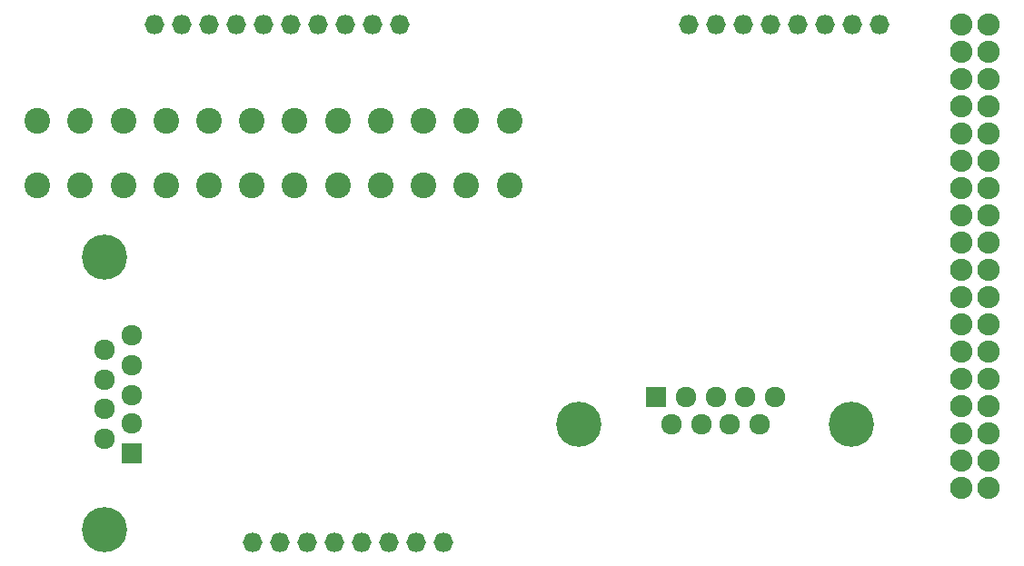
<source format=gbs>
%FSLAX46Y46*%
G04 Gerber Fmt 4.6, Leading zero omitted, Abs format (unit mm)*
G04 Created by KiCad (PCBNEW (2014-10-27 BZR 5228)-product) date Fri 14 Nov 2014 06:43:38 PM PST*
%MOMM*%
G01*
G04 APERTURE LIST*
%ADD10C,0.100000*%
%ADD11O,1.822400X1.822400*%
%ADD12O,2.076400X2.076400*%
%ADD13C,4.210000*%
%ADD14R,1.924000X1.924000*%
%ADD15C,1.924000*%
%ADD16C,2.398980*%
G04 APERTURE END LIST*
D10*
D11*
X116586000Y-80911700D03*
X119126000Y-80911700D03*
X121666000Y-80911700D03*
X124206000Y-80911700D03*
X126746000Y-80911700D03*
X129286000Y-80911700D03*
X131826000Y-80911700D03*
X134366000Y-80911700D03*
X136906000Y-80911700D03*
X139446000Y-80911700D03*
X184150000Y-80911700D03*
X181610000Y-80911700D03*
X179070000Y-80911700D03*
X176530000Y-80911700D03*
X173990000Y-80911700D03*
X171450000Y-80911700D03*
X168910000Y-80911700D03*
X166370000Y-80911700D03*
D12*
X191770000Y-80912000D03*
X194310000Y-80912000D03*
X191770000Y-83452000D03*
X194310000Y-83452000D03*
X191770000Y-85992000D03*
X194310000Y-85992000D03*
X191770000Y-88532000D03*
X194310000Y-88532000D03*
X191770000Y-91072000D03*
X194310000Y-91072000D03*
X191770000Y-93612000D03*
X194310000Y-93612000D03*
X191770000Y-96152000D03*
X194310000Y-96152000D03*
X191770000Y-98692000D03*
X194310000Y-98692000D03*
X191770000Y-101232000D03*
X194310000Y-101232000D03*
X191770000Y-103772000D03*
X194310000Y-103772000D03*
X191770000Y-106312000D03*
X194310000Y-106312000D03*
X191770000Y-108852000D03*
X194310000Y-108852000D03*
X191770000Y-111392000D03*
X194310000Y-111392000D03*
X191770000Y-113932000D03*
X194310000Y-113932000D03*
X191770000Y-116472000D03*
X194310000Y-116472000D03*
X191770000Y-119012000D03*
X194310000Y-119012000D03*
X191770000Y-121552000D03*
X194310000Y-121552000D03*
X191770000Y-124092000D03*
X194310000Y-124092000D03*
D11*
X125730000Y-129172000D03*
X128270000Y-129172000D03*
X130810000Y-129172000D03*
X133350000Y-129172000D03*
X135890000Y-129172000D03*
X138430000Y-129172000D03*
X140970000Y-129172000D03*
X143510000Y-129172000D03*
D13*
X111912000Y-102591000D03*
X111912000Y-127991000D03*
D14*
X114452000Y-120879000D03*
D15*
X114452000Y-118085000D03*
X114452000Y-115418000D03*
X114452000Y-112624000D03*
X114452000Y-109830000D03*
X111912000Y-119482000D03*
X111912000Y-116688000D03*
X111912000Y-114021000D03*
X111912000Y-111227000D03*
D13*
X156083000Y-118110000D03*
X181483000Y-118110000D03*
D14*
X163322000Y-115570000D03*
D15*
X166116000Y-115570000D03*
X168910000Y-115570000D03*
X171577000Y-115570000D03*
X174371000Y-115570000D03*
X172974000Y-118110000D03*
X170180000Y-118110000D03*
X167513000Y-118110000D03*
X164719000Y-118110000D03*
D16*
X149658940Y-95862140D03*
X149658940Y-89862660D03*
X145658440Y-95862140D03*
X145658440Y-89862660D03*
X141657940Y-95862140D03*
X141657940Y-89862660D03*
X137659980Y-95862140D03*
X137659980Y-89862660D03*
X133659480Y-95862140D03*
X133659480Y-89862660D03*
X129658980Y-95862140D03*
X129658980Y-89862660D03*
X125661020Y-95862140D03*
X125661020Y-89862660D03*
X121660520Y-95862140D03*
X121660520Y-89862660D03*
X117660020Y-95862140D03*
X117660020Y-89862660D03*
X113662060Y-95862140D03*
X113662060Y-89862660D03*
X109661560Y-95862140D03*
X109661560Y-89862660D03*
X105661060Y-95862140D03*
X105661060Y-89862660D03*
M02*

</source>
